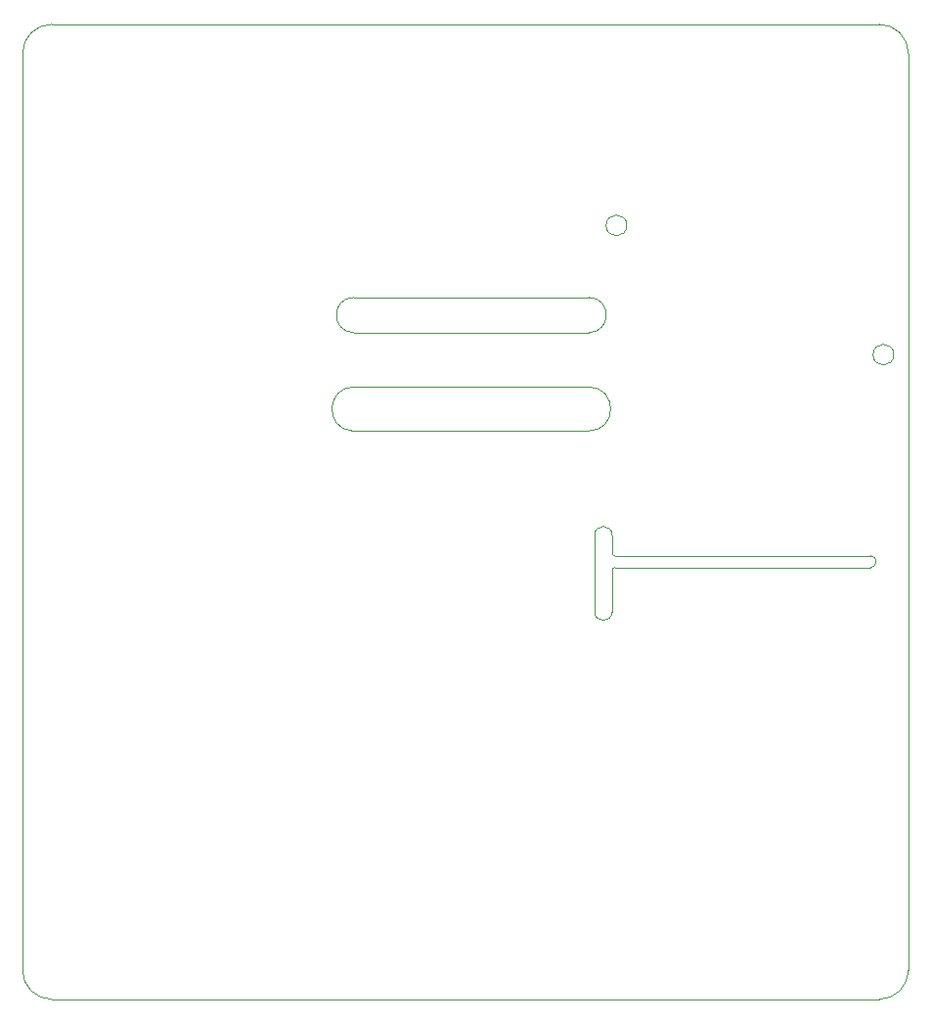
<source format=gbr>
G04 #@! TF.GenerationSoftware,KiCad,Pcbnew,(5.1.12)-1*
G04 #@! TF.CreationDate,2021-12-31T09:04:51-03:00*
G04 #@! TF.ProjectId,hamodule,68616d6f-6475-46c6-952e-6b696361645f,rev?*
G04 #@! TF.SameCoordinates,Original*
G04 #@! TF.FileFunction,Profile,NP*
%FSLAX46Y46*%
G04 Gerber Fmt 4.6, Leading zero omitted, Abs format (unit mm)*
G04 Created by KiCad (PCBNEW (5.1.12)-1) date 2021-12-31 09:04:51*
%MOMM*%
%LPD*%
G01*
G04 APERTURE LIST*
G04 #@! TA.AperFunction,Profile*
%ADD10C,0.050000*%
G04 #@! TD*
G04 #@! TA.AperFunction,Profile*
%ADD11C,0.100000*%
G04 #@! TD*
G04 APERTURE END LIST*
D10*
X199326500Y-67373500D02*
G75*
G02*
X201866500Y-69913500I0J-2540000D01*
G01*
X125158500Y-69913500D02*
G75*
G02*
X127698500Y-67373500I2540000J0D01*
G01*
X199326500Y-151701500D02*
X161836500Y-151703500D01*
X176212500Y-113093500D02*
X176212500Y-111569500D01*
X176212500Y-114617500D02*
G75*
G02*
X176466500Y-114363500I254000J0D01*
G01*
X198564500Y-113347500D02*
G75*
G02*
X198564500Y-114363500I0J-508000D01*
G01*
X176466500Y-113347500D02*
G75*
G02*
X176212500Y-113093500I0J254000D01*
G01*
X177482501Y-84772500D02*
G75*
G03*
X177482501Y-84772500I-898026J0D01*
G01*
X153860500Y-94043500D02*
G75*
G02*
X153860500Y-90995500I0J1524000D01*
G01*
X174180500Y-90995500D02*
G75*
G02*
X174180500Y-94043500I0J-1524000D01*
G01*
D11*
X174180500Y-94043500D02*
X153860500Y-94043500D01*
X153860500Y-90995500D02*
X174180500Y-90995500D01*
D10*
X176212500Y-118173500D02*
G75*
G02*
X174688500Y-118173500I-762000J0D01*
G01*
X174688500Y-111569500D02*
G75*
G02*
X176212500Y-111569500I762000J0D01*
G01*
D11*
X176212500Y-114617500D02*
X176212500Y-118173500D01*
X174688500Y-118173500D02*
X174688500Y-111569500D01*
X176466500Y-113347500D02*
X198564500Y-113347500D01*
X198564500Y-114363500D02*
X176466500Y-114363500D01*
D10*
X174180500Y-98742500D02*
G75*
G02*
X174180500Y-102552500I0J-1905000D01*
G01*
X201866500Y-149161500D02*
G75*
G02*
X199326500Y-151701500I-2540000J0D01*
G01*
X127698500Y-151701500D02*
G75*
G02*
X125158500Y-149161500I0J2540000D01*
G01*
X200596501Y-95948500D02*
G75*
G03*
X200596501Y-95948500I-898026J0D01*
G01*
X153714905Y-102546928D02*
G75*
G02*
X153860500Y-98742500I145595J1899428D01*
G01*
D11*
X153860500Y-98742500D02*
X174180500Y-98742500D01*
X174180500Y-102552500D02*
X153714905Y-102546928D01*
D10*
X125158500Y-149161500D02*
X125158500Y-69913500D01*
X199326500Y-67373500D02*
X127698500Y-67373500D01*
X161836500Y-151703500D02*
X127698500Y-151701500D01*
X201866500Y-149161500D02*
X201866500Y-69913500D01*
M02*

</source>
